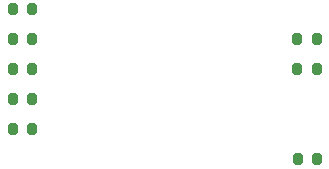
<source format=gbp>
%TF.GenerationSoftware,KiCad,Pcbnew,6.0.6*%
%TF.CreationDate,2022-07-20T10:20:16+02:00*%
%TF.ProjectId,H_vfTimer,48e47666-5469-46d6-9572-2e6b69636164,rev?*%
%TF.SameCoordinates,Original*%
%TF.FileFunction,Paste,Bot*%
%TF.FilePolarity,Positive*%
%FSLAX46Y46*%
G04 Gerber Fmt 4.6, Leading zero omitted, Abs format (unit mm)*
G04 Created by KiCad (PCBNEW 6.0.6) date 2022-07-20 10:20:16*
%MOMM*%
%LPD*%
G01*
G04 APERTURE LIST*
G04 Aperture macros list*
%AMRoundRect*
0 Rectangle with rounded corners*
0 $1 Rounding radius*
0 $2 $3 $4 $5 $6 $7 $8 $9 X,Y pos of 4 corners*
0 Add a 4 corners polygon primitive as box body*
4,1,4,$2,$3,$4,$5,$6,$7,$8,$9,$2,$3,0*
0 Add four circle primitives for the rounded corners*
1,1,$1+$1,$2,$3*
1,1,$1+$1,$4,$5*
1,1,$1+$1,$6,$7*
1,1,$1+$1,$8,$9*
0 Add four rect primitives between the rounded corners*
20,1,$1+$1,$2,$3,$4,$5,0*
20,1,$1+$1,$4,$5,$6,$7,0*
20,1,$1+$1,$6,$7,$8,$9,0*
20,1,$1+$1,$8,$9,$2,$3,0*%
G04 Aperture macros list end*
%ADD10RoundRect,0.200000X0.200000X0.275000X-0.200000X0.275000X-0.200000X-0.275000X0.200000X-0.275000X0*%
G04 APERTURE END LIST*
D10*
X128310000Y-72395000D03*
X126660000Y-72395000D03*
X128310000Y-69855000D03*
X126660000Y-69855000D03*
X104210000Y-67310000D03*
X102560000Y-67310000D03*
X104210000Y-72390000D03*
X102560000Y-72390000D03*
X104210000Y-74930000D03*
X102560000Y-74930000D03*
X128335000Y-80010000D03*
X126685000Y-80010000D03*
X104210000Y-69850000D03*
X102560000Y-69850000D03*
X104210000Y-77470000D03*
X102560000Y-77470000D03*
M02*

</source>
